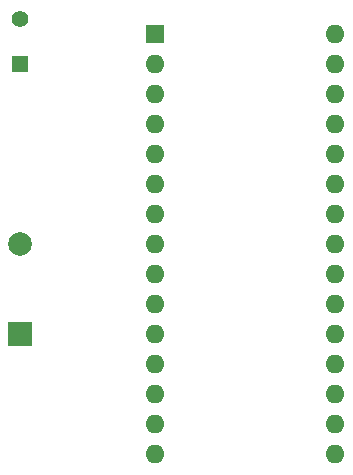
<source format=gbr>
%TF.GenerationSoftware,KiCad,Pcbnew,5.1.9+dfsg1-1*%
%TF.CreationDate,2021-09-21T21:20:37+00:00*%
%TF.ProjectId,wanted_morse,77616e74-6564-45f6-9d6f-7273652e6b69,rev?*%
%TF.SameCoordinates,Original*%
%TF.FileFunction,Copper,L1,Top*%
%TF.FilePolarity,Positive*%
%FSLAX46Y46*%
G04 Gerber Fmt 4.6, Leading zero omitted, Abs format (unit mm)*
G04 Created by KiCad (PCBNEW 5.1.9+dfsg1-1) date 2021-09-21 21:20:37*
%MOMM*%
%LPD*%
G01*
G04 APERTURE LIST*
%TA.AperFunction,ComponentPad*%
%ADD10C,1.400000*%
%TD*%
%TA.AperFunction,ComponentPad*%
%ADD11R,1.400000X1.400000*%
%TD*%
%TA.AperFunction,ComponentPad*%
%ADD12C,2.000000*%
%TD*%
%TA.AperFunction,ComponentPad*%
%ADD13R,2.000000X2.000000*%
%TD*%
%TA.AperFunction,ComponentPad*%
%ADD14O,1.600000X1.600000*%
%TD*%
%TA.AperFunction,ComponentPad*%
%ADD15R,1.600000X1.600000*%
%TD*%
G04 APERTURE END LIST*
D10*
%TO.P,12V,2*%
%TO.N,+12V*%
X127000000Y-44450000D03*
D11*
%TO.P,12V,1*%
%TO.N,GND*%
X127000000Y-48260000D03*
%TD*%
D12*
%TO.P,BZ1,2*%
%TO.N,GND*%
X127000000Y-63520000D03*
D13*
%TO.P,BZ1,1*%
%TO.N,Net-(A1-Pad11)*%
X127000000Y-71120000D03*
%TD*%
D14*
%TO.P,A1,16*%
%TO.N,Net-(A1-Pad16)*%
X153670000Y-81280000D03*
%TO.P,A1,15*%
%TO.N,Net-(A1-Pad15)*%
X138430000Y-81280000D03*
%TO.P,A1,30*%
%TO.N,+12V*%
X153670000Y-45720000D03*
%TO.P,A1,14*%
%TO.N,Net-(A1-Pad14)*%
X138430000Y-78740000D03*
%TO.P,A1,29*%
%TO.N,Net-(A1-Pad29)*%
X153670000Y-48260000D03*
%TO.P,A1,13*%
%TO.N,Net-(A1-Pad13)*%
X138430000Y-76200000D03*
%TO.P,A1,28*%
%TO.N,Net-(A1-Pad28)*%
X153670000Y-50800000D03*
%TO.P,A1,12*%
%TO.N,Net-(A1-Pad12)*%
X138430000Y-73660000D03*
%TO.P,A1,27*%
%TO.N,Net-(A1-Pad27)*%
X153670000Y-53340000D03*
%TO.P,A1,11*%
%TO.N,Net-(A1-Pad11)*%
X138430000Y-71120000D03*
%TO.P,A1,26*%
%TO.N,Net-(A1-Pad26)*%
X153670000Y-55880000D03*
%TO.P,A1,10*%
%TO.N,Net-(A1-Pad10)*%
X138430000Y-68580000D03*
%TO.P,A1,25*%
%TO.N,Net-(A1-Pad25)*%
X153670000Y-58420000D03*
%TO.P,A1,9*%
%TO.N,Net-(A1-Pad9)*%
X138430000Y-66040000D03*
%TO.P,A1,24*%
%TO.N,Net-(A1-Pad24)*%
X153670000Y-60960000D03*
%TO.P,A1,8*%
%TO.N,Net-(A1-Pad8)*%
X138430000Y-63500000D03*
%TO.P,A1,23*%
%TO.N,Net-(A1-Pad23)*%
X153670000Y-63500000D03*
%TO.P,A1,7*%
%TO.N,Net-(A1-Pad7)*%
X138430000Y-60960000D03*
%TO.P,A1,22*%
%TO.N,Net-(A1-Pad22)*%
X153670000Y-66040000D03*
%TO.P,A1,6*%
%TO.N,Net-(A1-Pad6)*%
X138430000Y-58420000D03*
%TO.P,A1,21*%
%TO.N,Net-(A1-Pad21)*%
X153670000Y-68580000D03*
%TO.P,A1,5*%
%TO.N,Net-(A1-Pad5)*%
X138430000Y-55880000D03*
%TO.P,A1,20*%
%TO.N,Net-(A1-Pad20)*%
X153670000Y-71120000D03*
%TO.P,A1,4*%
%TO.N,GND*%
X138430000Y-53340000D03*
%TO.P,A1,19*%
%TO.N,Net-(A1-Pad19)*%
X153670000Y-73660000D03*
%TO.P,A1,3*%
%TO.N,Net-(A1-Pad3)*%
X138430000Y-50800000D03*
%TO.P,A1,18*%
%TO.N,Net-(A1-Pad18)*%
X153670000Y-76200000D03*
%TO.P,A1,2*%
%TO.N,Net-(A1-Pad2)*%
X138430000Y-48260000D03*
%TO.P,A1,17*%
%TO.N,Net-(A1-Pad17)*%
X153670000Y-78740000D03*
D15*
%TO.P,A1,1*%
%TO.N,Net-(A1-Pad1)*%
X138430000Y-45720000D03*
%TD*%
M02*

</source>
